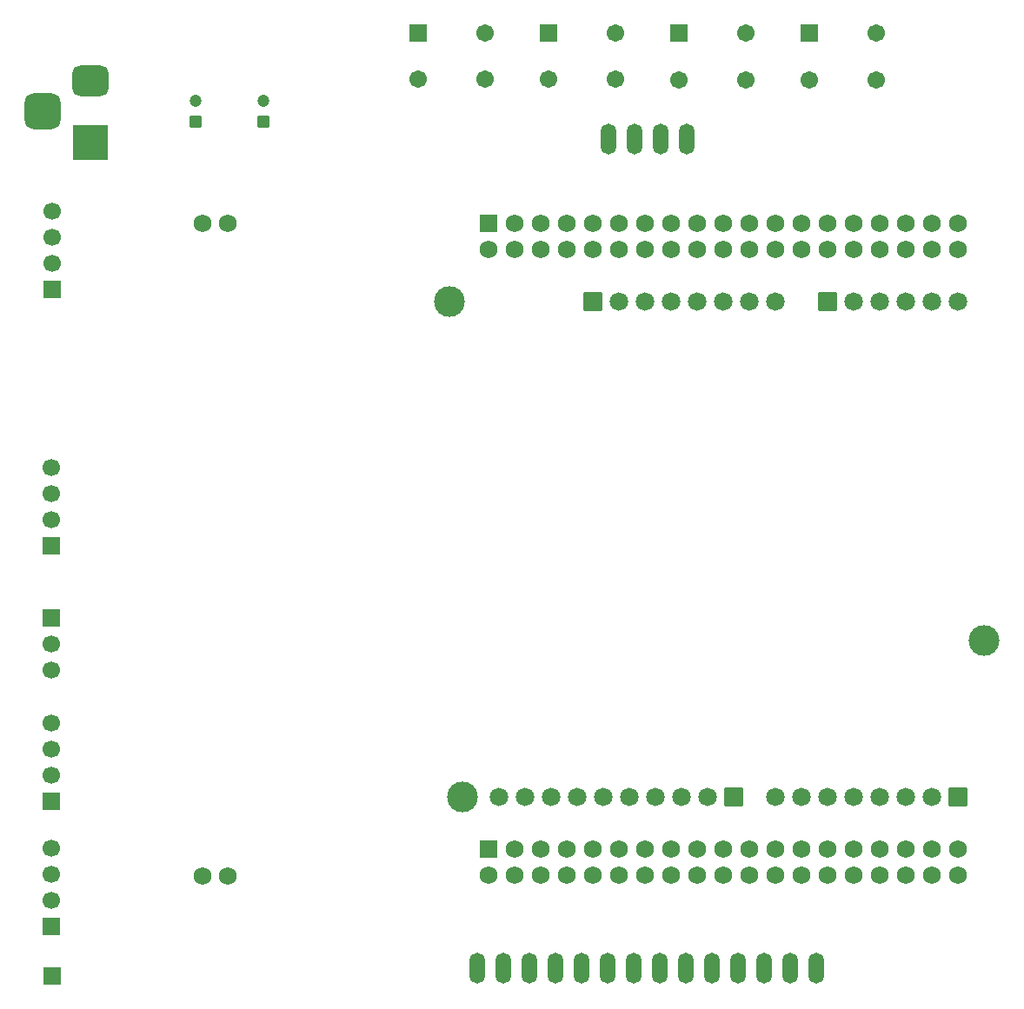
<source format=gbs>
%TF.GenerationSoftware,KiCad,Pcbnew,9.0.6*%
%TF.CreationDate,2025-11-14T23:18:00+01:00*%
%TF.ProjectId,uC_screen_power,75435f73-6372-4656-956e-5f706f776572,1*%
%TF.SameCoordinates,Original*%
%TF.FileFunction,Soldermask,Bot*%
%TF.FilePolarity,Negative*%
%FSLAX46Y46*%
G04 Gerber Fmt 4.6, Leading zero omitted, Abs format (unit mm)*
G04 Created by KiCad (PCBNEW 9.0.6) date 2025-11-14 23:18:00*
%MOMM*%
%LPD*%
G01*
G04 APERTURE LIST*
G04 Aperture macros list*
%AMRoundRect*
0 Rectangle with rounded corners*
0 $1 Rounding radius*
0 $2 $3 $4 $5 $6 $7 $8 $9 X,Y pos of 4 corners*
0 Add a 4 corners polygon primitive as box body*
4,1,4,$2,$3,$4,$5,$6,$7,$8,$9,$2,$3,0*
0 Add four circle primitives for the rounded corners*
1,1,$1+$1,$2,$3*
1,1,$1+$1,$4,$5*
1,1,$1+$1,$6,$7*
1,1,$1+$1,$8,$9*
0 Add four rect primitives between the rounded corners*
20,1,$1+$1,$2,$3,$4,$5,0*
20,1,$1+$1,$4,$5,$6,$7,0*
20,1,$1+$1,$6,$7,$8,$9,0*
20,1,$1+$1,$8,$9,$2,$3,0*%
G04 Aperture macros list end*
%ADD10RoundRect,0.250000X0.350000X-0.350000X0.350000X0.350000X-0.350000X0.350000X-0.350000X-0.350000X0*%
%ADD11C,1.200000*%
%ADD12O,1.500000X3.000000*%
%ADD13RoundRect,0.102000X-0.754000X-0.754000X0.754000X-0.754000X0.754000X0.754000X-0.754000X0.754000X0*%
%ADD14C,1.712000*%
%ADD15R,1.700000X1.700000*%
%ADD16C,1.700000*%
%ADD17R,3.500000X3.500000*%
%ADD18RoundRect,0.750000X-1.000000X0.750000X-1.000000X-0.750000X1.000000X-0.750000X1.000000X0.750000X0*%
%ADD19RoundRect,0.875000X-0.875000X0.875000X-0.875000X-0.875000X0.875000X-0.875000X0.875000X0.875000X0*%
%ADD20C,3.000000*%
%ADD21RoundRect,0.102000X-0.802500X0.802500X-0.802500X-0.802500X0.802500X-0.802500X0.802500X0.802500X0*%
%ADD22C,1.809000*%
%ADD23RoundRect,0.102000X-0.765000X0.765000X-0.765000X-0.765000X0.765000X-0.765000X0.765000X0.765000X0*%
%ADD24C,1.734000*%
G04 APERTURE END LIST*
D10*
%TO.C,C67*%
X76800000Y-65000000D03*
D11*
X76800000Y-63000000D03*
%TD*%
D12*
%TO.C,U10*%
X97680000Y-147500000D03*
X100220000Y-147500000D03*
X102760000Y-147500000D03*
X105300000Y-147500000D03*
X107840000Y-147500000D03*
X110380000Y-147500000D03*
X112920000Y-147500000D03*
X115460000Y-147500000D03*
X118000000Y-147500000D03*
X120540000Y-147500000D03*
X123080000Y-147500000D03*
X125620000Y-147500000D03*
X128160000Y-147500000D03*
X130700000Y-147500000D03*
X110410000Y-66700000D03*
X112950000Y-66700000D03*
X115490000Y-66700000D03*
X118030000Y-66700000D03*
%TD*%
D13*
%TO.C,SW76*%
X130000000Y-56400000D03*
D14*
X136500000Y-56400000D03*
X130000000Y-60900000D03*
X136500000Y-60900000D03*
%TD*%
D15*
%TO.C,J4*%
X56200000Y-106320000D03*
D16*
X56200000Y-103780000D03*
X56200000Y-101240000D03*
X56200000Y-98700000D03*
%TD*%
D10*
%TO.C,C66*%
X70200000Y-64972600D03*
D11*
X70200000Y-62972600D03*
%TD*%
D13*
%TO.C,SW74*%
X104600000Y-56350000D03*
D14*
X111100000Y-56350000D03*
X104600000Y-60850000D03*
X111100000Y-60850000D03*
%TD*%
D13*
%TO.C,SW75*%
X117300000Y-56400000D03*
D14*
X123800000Y-56400000D03*
X117300000Y-60900000D03*
X123800000Y-60900000D03*
%TD*%
D17*
%TO.C,J1*%
X60000000Y-67000000D03*
D18*
X60000000Y-61000000D03*
D19*
X55300000Y-64000000D03*
%TD*%
D15*
%TO.C,J5*%
X56250000Y-81310000D03*
D16*
X56250000Y-78770000D03*
X56250000Y-76230000D03*
X56250000Y-73690000D03*
%TD*%
D13*
%TO.C,SW73*%
X91900000Y-56350000D03*
D14*
X98400000Y-56350000D03*
X91900000Y-60850000D03*
X98400000Y-60850000D03*
%TD*%
D15*
%TO.C,J7*%
X56250000Y-148250000D03*
%TD*%
D20*
%TO.C,U11*%
X94970000Y-82500000D03*
X147040000Y-115520000D03*
X96240000Y-130760000D03*
D21*
X122660000Y-130760000D03*
D22*
X120120000Y-130760000D03*
X117580000Y-130760000D03*
X115040000Y-130760000D03*
X112500000Y-130760000D03*
X109960000Y-130760000D03*
X107420000Y-130760000D03*
X104880000Y-130760000D03*
X102340000Y-130760000D03*
X99800000Y-130760000D03*
D21*
X108940000Y-82500000D03*
D22*
X111480000Y-82500000D03*
X114020000Y-82500000D03*
X116560000Y-82500000D03*
X119100000Y-82500000D03*
X121640000Y-82500000D03*
X124180000Y-82500000D03*
X126720000Y-82500000D03*
D23*
X98780000Y-74880000D03*
D24*
X98780000Y-77420000D03*
X101320000Y-74880000D03*
X101320000Y-77420000D03*
X103860000Y-74880000D03*
X103860000Y-77420000D03*
X106400000Y-74880000D03*
X106400000Y-77420000D03*
X108940000Y-74880000D03*
X108940000Y-77420000D03*
X111480000Y-74880000D03*
X111480000Y-77420000D03*
X114020000Y-74880000D03*
X114020000Y-77420000D03*
X116560000Y-74880000D03*
X116560000Y-77420000D03*
X119100000Y-74880000D03*
X119100000Y-77420000D03*
X121640000Y-74880000D03*
X121640000Y-77420000D03*
X124180000Y-74880000D03*
X124180000Y-77420000D03*
X126720000Y-74880000D03*
X126720000Y-77420000D03*
X129260000Y-74880000D03*
X129260000Y-77420000D03*
X131800000Y-74880000D03*
X131800000Y-77420000D03*
X134340000Y-74880000D03*
X134340000Y-77420000D03*
X136880000Y-74880000D03*
X136880000Y-77420000D03*
X139420000Y-74880000D03*
X139420000Y-77420000D03*
X141960000Y-74880000D03*
X141960000Y-77420000D03*
X144500000Y-74880000D03*
X144500000Y-77420000D03*
D21*
X131800000Y-82500000D03*
D22*
X134340000Y-82500000D03*
X136880000Y-82500000D03*
X139420000Y-82500000D03*
X141960000Y-82500000D03*
X144500000Y-82500000D03*
D21*
X144500000Y-130760000D03*
D22*
X141960000Y-130760000D03*
X139420000Y-130760000D03*
X136880000Y-130760000D03*
X134340000Y-130760000D03*
X131800000Y-130760000D03*
X129260000Y-130760000D03*
X126720000Y-130760000D03*
D23*
X98780000Y-135840000D03*
D24*
X98780000Y-138380000D03*
X101320000Y-135840000D03*
X101320000Y-138380000D03*
X103860000Y-135840000D03*
X103860000Y-138380000D03*
X106400000Y-135840000D03*
X106400000Y-138380000D03*
X108940000Y-135840000D03*
X108940000Y-138380000D03*
X111480000Y-135840000D03*
X111480000Y-138380000D03*
X114020000Y-135840000D03*
X114020000Y-138380000D03*
X116560000Y-135840000D03*
X116560000Y-138380000D03*
X119100000Y-135840000D03*
X119100000Y-138380000D03*
X121640000Y-135840000D03*
X121640000Y-138380000D03*
X124180000Y-135840000D03*
X124180000Y-138380000D03*
X126720000Y-135840000D03*
X126720000Y-138380000D03*
X129260000Y-135840000D03*
X129260000Y-138380000D03*
X131800000Y-135840000D03*
X131800000Y-138380000D03*
X134340000Y-135840000D03*
X134340000Y-138380000D03*
X136880000Y-135840000D03*
X136880000Y-138380000D03*
X139420000Y-135840000D03*
X139420000Y-138380000D03*
X141960000Y-135840000D03*
X141960000Y-138380000D03*
X144500000Y-135840000D03*
X144500000Y-138380000D03*
X73380000Y-138460000D03*
X70880000Y-138460000D03*
X73380000Y-74890000D03*
X70880000Y-74890000D03*
%TD*%
D15*
%TO.C,J2*%
X56200000Y-143410000D03*
D16*
X56200000Y-140870000D03*
X56200000Y-138330000D03*
X56200000Y-135790000D03*
%TD*%
D15*
%TO.C,J6*%
X56200000Y-113360000D03*
D16*
X56200000Y-115900000D03*
X56200000Y-118440000D03*
%TD*%
D15*
%TO.C,J3*%
X56200000Y-131200000D03*
D16*
X56200000Y-128660000D03*
X56200000Y-126120000D03*
X56200000Y-123580000D03*
%TD*%
M02*

</source>
